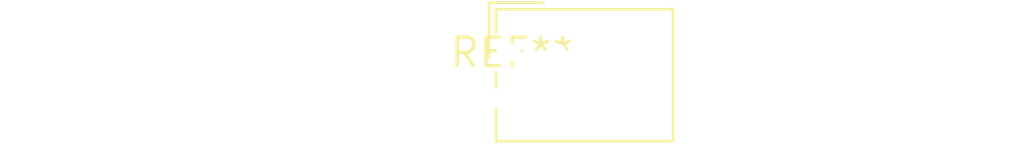
<source format=kicad_pcb>
(kicad_pcb (version 20240108) (generator pcbnew)
  (layers (0 "F.Cu" signal) (31 "B.Cu" signal) (34 "B.Paste" user) (35 "F.Paste" user) (36 "B.SilkS" user "B.Silkscreen") (37 "F.SilkS" user "F.Silkscreen") (38 "B.Mask" user) (39 "F.Mask" user) (44 "Edge.Cuts" user))
  (net 0 "")
  (footprint "JAE_LY20-4P-DLT1_2x02_P2.00mm_Horizontal" (layer "F.Cu") (at 0 0)
    (property "Reference" "REF**")
    (property "Value" "JAE_LY20-4P-DLT1_2x02_P2.00mm_Horizontal")
    (fp_line (start -1.01 -2.21) (end -1.01 0.2) (layer "F.SilkS") (stroke (width 0.12)))
    (fp_line (start -0.71 -1.91) (end -0.71 -0.86) (layer "F.SilkS") (stroke (width 0.12)))
    (fp_line (start -0.71 -1.91) (end 7.11 -1.91) (layer "F.SilkS") (stroke (width 0.12)))
    (fp_line (start -0.71 0.86) (end -0.71 1.514717) (layer "F.SilkS") (stroke (width 0.12)))
    (fp_line (start -0.71 2.485283) (end -0.71 3.91) (layer "F.SilkS") (stroke (width 0.12)))
    (fp_line (start -0.71 3.91) (end 7.11 3.91) (layer "F.SilkS") (stroke (width 0.12)))
    (fp_line (start 1.4 -2.21) (end -1.01 -2.21) (layer "F.SilkS") (stroke (width 0.12)))
    (fp_line (start 7.11 -1.91) (end 7.11 1) (layer "F.SilkS") (stroke (width 0.12)))
    (fp_line (start 7.11 3.91) (end 7.11 1) (layer "F.SilkS") (stroke (width 0.12)))
    (pad "a1" thru_hole roundrect (at 0 0) (size 1.2 1.2) (drill 0.8) (layers *.Cu *.Mask) (remove_unused_layers) (roundrect_rratio 0.208333))
    (pad "a2" thru_hole circle (at 0 2) (size 1.2 1.2) (drill 0.8) (layers *.Cu *.Mask) (remove_unused_layers))
    (pad "b1" thru_hole circle (at 2 0) (size 1.2 1.2) (drill 0.8) (layers *.Cu *.Mask) (remove_unused_layers))
    (pad "b2" thru_hole circle (at 2 2) (size 1.2 1.2) (drill 0.8) (layers *.Cu *.Mask) (remove_unused_layers))
  )
)
</source>
